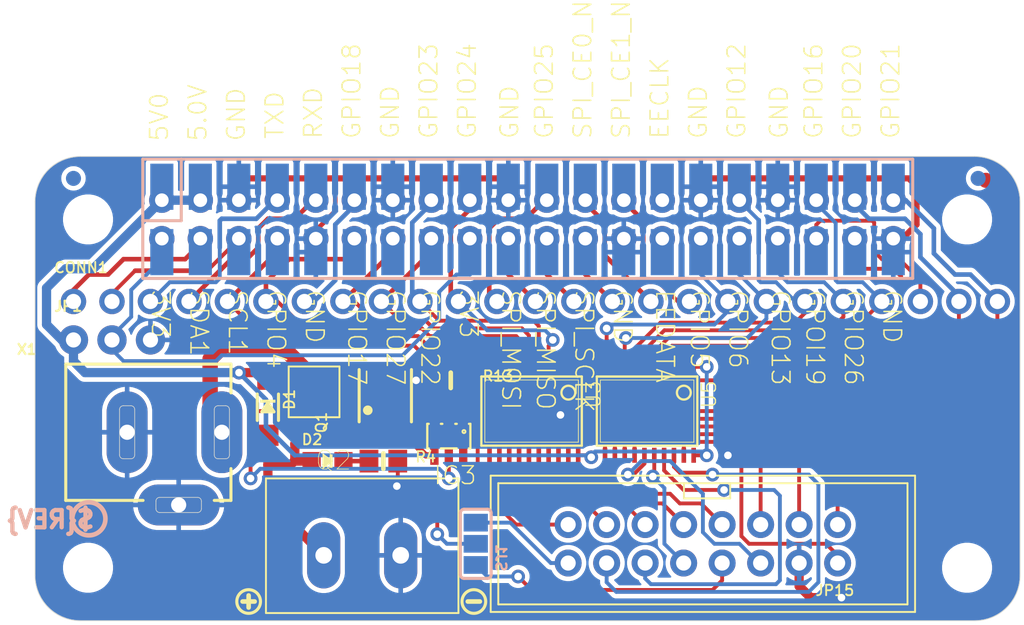
<source format=kicad_pcb>
(kicad_pcb (version 20241229) (generator "pcbnew") (generator_version "9.0")
  (layers (0 "F.Cu" signal) (2 "B.Cu" signal) (13 "F.Paste" user) (15 "B.Paste" user) (5 "F.SilkS" user "F.Silkscreen") (7 "B.SilkS" user "B.Silkscreen") (1 "F.Mask" user) (3 "B.Mask" user) (25 "Edge.Cuts" user))
  (net 0 "")
  (net 1 "5.0V")
  (net 2 "SDA")
  (net 3 "SCL")
  (net 4 "GPIO4")
  (net 5 "GPIO17")
  (net 6 "GPIO27")
  (net 7 "GPIO22")
  (net 8 "SPI_MOSI")
  (net 9 "SPI_MISO")
  (net 10 "SPI_SCLK")
  (net 11 "GPIO5")
  (net 12 "GPIO6")
  (net 13 "GPIO13")
  (net 14 "GPIO19")
  (net 15 "GPIO26")
  (net 16 "3.3V")
  (net 17 "GND")
  (net 18 "TXD")
  (net 19 "RXD")
  (net 20 "GPIO18")
  (net 21 "GPIO24")
  (net 22 "GPIO25")
  (net 23 "SPI_CE0")
  (net 24 "SPI_CE1")
  (net 25 "EECLK")
  (net 26 "GPIO16")
  (net 27 "GPIO20")
  (net 28 "GPIO21")
  (net 29 "GPIO23")
  (net 30 "EEDATA")
  (net 31 "GPIO12")
  (net 32 "M1_R1")
  (net 33 "M1_B1")
  (net 34 "M1_R2")
  (net 35 "M1_B2")
  (net 36 "M1_A")
  (net 37 "M1_C")
  (net 38 "CLK")
  (net 39 "OE")
  (net 40 "LAT")
  (net 41 "M1_D")
  (net 42 "M1_B")
  (net 43 "M1_G2")
  (net 44 "M1_G1")
  (net 45 "N$1")
  (net 46 "N$6")
  (net 47 "5VIN")
  (net 48 "N$5")
  (net 49 "N$7")
  (net 50 "+5V")
  (net 51 "N$4")
  (net 52 "M1_E")
  (net 53 "M1_E'")
  (net 54 "M1_E''")
  (footprint "Adafruit RGB Matrix Bonnet:1X25_ROUND_70MIL" (layer "F.Cu") (at 149.0211 99.2518)
    (property "Reference" "CONN1")
    (property "Value" "HEADER-1X25")
  )
  (footprint "Adafruit RGB Matrix Bonnet:2X08_SHROUDED" (layer "F.Cu") (at 160.0701 115.2538 180)
    (property "Reference" "JP15")
    (property "Value" "")
  )
  (footprint "Adafruit RGB Matrix Bonnet:PI_BONNET_THMSMT" (layer "F.Cu") (at 116.0011 120.3338)
    (property "Reference" "RPI1" (hide yes))
    (property "Value" "RASPBERRYPI_BPLUS_BONNET_THMSMT" (hide yes))
    (fp_line (start 0 -27.6604) (end 0 -3) (stroke (width 0.05)) (layer "Edge.Cuts"))
    (fp_line (start 3 0) (end 62 0) (stroke (width 0.05)) (layer "Edge.Cuts"))
    (fp_line (start 62 -30.6604) (end 3 -30.6604) (stroke (width 0.05)) (layer "Edge.Cuts"))
    (fp_line (start 65 -3) (end 65 -27.6604) (stroke (width 0.05)) (layer "Edge.Cuts"))
    (fp_arc (start 0 -27.6604) (mid 0.87868 -29.78172) (end 3 -30.6604) (stroke (width 0.05)) (layer "Edge.Cuts"))
    (fp_arc (start 3 0) (mid 0.87868 -0.87868) (end 0 -3) (stroke (width 0.05)) (layer "Edge.Cuts"))
    (fp_arc (start 62 -30.6604) (mid 64.12132 -29.78172) (end 65 -27.6604) (stroke (width 0.05)) (layer "Edge.Cuts"))
    (fp_arc (start 65 -3) (mid 64.12132 -0.87868) (end 62 0) (stroke (width 0.05)) (layer "Edge.Cuts"))
  )
  (footprint "Adafruit RGB Matrix Bonnet:SOT23-6" (layer "F.Cu") (at 143.3061 108.1418 180)
    (property "Reference" "IC3")
    (property "Value" "MAX4866T")
  )
  (footprint "Adafruit RGB Matrix Bonnet:FIDUCIAL_1MM" (layer "F.Cu") (at 121.5891 91.6318)
    (property "Reference" "FID1" (hide yes))
    (property "Value" "FIDUCIAL_1MM" (hide yes))
  )
  (footprint "Adafruit RGB Matrix Bonnet:CHIPLED_0805_NOOUTLINE" (layer "F.Cu") (at 135.3051 109.7928 -90)
    (property "Reference" "D2")
    (property "Value" "green")
  )
  (footprint "Adafruit RGB Matrix Bonnet:TSSOP20" (layer "F.Cu") (at 148.7671 106.4908 180)
    (property "Reference" "U3")
    (property "Value" "74AHCT245")
  )
  (footprint "Adafruit RGB Matrix Bonnet:0805-NO" (layer "F.Cu") (at 143.4331 104.4588)
    (property "Reference" "R13")
    (property "Value" "1K")
  )
  (footprint "Adafruit RGB Matrix Bonnet:SOD-123" (layer "F.Cu") (at 131.3681 106.2368 -90)
    (property "Reference" "D1")
    (property "Value" "MBR120")
  )
  (footprint "Adafruit RGB Matrix Bonnet:TERMBLOCK508" (layer "F.Cu") (at 137.5911 116.0158 180)
    (property "Reference" "MATRIX_PWR0" (hide yes))
    (property "Value" "PINHEAD" (hide yes))
  )
  (footprint "Adafruit RGB Matrix Bonnet:SYMBOL_MINUS" (layer "F.Cu") (at 144.9571 119.0638)
    (property "Reference" "U$11" (hide yes))
    (property "Value" "" (hide yes))
  )
  (footprint "Adafruit RGB Matrix Bonnet:FIDUCIAL_1MM" (layer "F.Cu") (at 172.2621 117.9208)
    (property "Reference" "FID2" (hide yes))
    (property "Value" "FIDUCIAL_1MM" (hide yes))
  )
  (footprint "Adafruit RGB Matrix Bonnet:TSSOP20" (layer "F.Cu") (at 156.3871 106.4908 180)
    (property "Reference" "U5")
    (property "Value" "74AHCT245")
  )
  (footprint "Adafruit RGB Matrix Bonnet:DCJACK_2MM_PTH" (layer "F.Cu") (at 114.7311 107.8878)
    (property "Reference" "X1")
    (property "Value" "2.1mm DC")
    (fp_line (start 6.85 1.5) (end 6.85 -1.5) (stroke (width 0.05)) (layer "Edge.Cuts"))
    (fp_line (start 7.1 -1.75) (end 7.6 -1.75) (stroke (width 0.05)) (layer "Edge.Cuts"))
    (fp_line (start 7.6 1.75) (end 7.1 1.75) (stroke (width 0.05)) (layer "Edge.Cuts"))
    (fp_line (start 7.85 -1.5) (end 7.85 1.5) (stroke (width 0.05)) (layer "Edge.Cuts"))
    (fp_line (start 9.25 5.05) (end 9.25 4.55) (stroke (width 0.05)) (layer "Edge.Cuts"))
    (fp_line (start 9.5 4.3) (end 12 4.3) (stroke (width 0.05)) (layer "Edge.Cuts"))
    (fp_line (start 12 5.3) (end 9.5 5.3) (stroke (width 0.05)) (layer "Edge.Cuts"))
    (fp_line (start 12.25 4.55) (end 12.25 5.05) (stroke (width 0.05)) (layer "Edge.Cuts"))
    (fp_line (start 13.1 1.5) (end 13.1 -1.5) (stroke (width 0.05)) (layer "Edge.Cuts"))
    (fp_line (start 13.35 -1.75) (end 13.85 -1.75) (stroke (width 0.05)) (layer "Edge.Cuts"))
    (fp_line (start 13.85 1.75) (end 13.35 1.75) (stroke (width 0.05)) (layer "Edge.Cuts"))
    (fp_line (start 14.1 -1.5) (end 14.1 1.5) (stroke (width 0.05)) (layer "Edge.Cuts"))
    (fp_arc (start 6.85 -1.5) (mid 6.923223 -1.676777) (end 7.1 -1.75) (stroke (width 0.05)) (layer "Edge.Cuts"))
    (fp_arc (start 7.1 1.75) (mid 6.923223 1.676777) (end 6.85 1.5) (stroke (width 0.05)) (layer "Edge.Cuts"))
    (fp_arc (start 7.6 -1.75) (mid 7.776777 -1.676777) (end 7.85 -1.5) (stroke (width 0.05)) (layer "Edge.Cuts"))
    (fp_arc (start 7.85 1.5) (mid 7.776777 1.676777) (end 7.6 1.75) (stroke (width 0.05)) (layer "Edge.Cuts"))
    (fp_arc (start 9.25 4.55) (mid 9.323223 4.373223) (end 9.5 4.3) (stroke (width 0.05)) (layer "Edge.Cuts"))
    (fp_arc (start 9.5 5.3) (mid 9.323223 5.226777) (end 9.25 5.05) (stroke (width 0.05)) (layer "Edge.Cuts"))
    (fp_arc (start 12 4.3) (mid 12.176777 4.373223) (end 12.25 4.55) (stroke (width 0.05)) (layer "Edge.Cuts"))
    (fp_arc (start 12.25 5.05) (mid 12.176777 5.226777) (end 12 5.3) (stroke (width 0.05)) (layer "Edge.Cuts"))
    (fp_arc (start 13.1 -1.5) (mid 13.173223 -1.676777) (end 13.35 -1.75) (stroke (width 0.05)) (layer "Edge.Cuts"))
    (fp_arc (start 13.35 1.75) (mid 13.173223 1.676777) (end 13.1 1.5) (stroke (width 0.05)) (layer "Edge.Cuts"))
    (fp_arc (start 13.85 -1.75) (mid 14.026777 -1.676777) (end 14.1 -1.5) (stroke (width 0.05)) (layer "Edge.Cuts"))
    (fp_arc (start 14.1 1.5) (mid 14.026777 1.676777) (end 13.85 1.75) (stroke (width 0.05)) (layer "Edge.Cuts"))
  )
  (footprint "Adafruit RGB Matrix Bonnet:POWERDI3333" (layer "F.Cu") (at 134.4161 105.2208 90)
    (property "Reference" "Q2")
    (property "Value" "AON7401")
  )
  (footprint "Adafruit RGB Matrix Bonnet:1X03_ROUND_76" (layer "F.Cu") (at 121.0811 101.7918)
    (property "Reference" "JP1")
    (property "Value" "")
  )
  (footprint "Adafruit RGB Matrix Bonnet:BONNET_MATRIX_TOP" (layer "F.Cu") (at 116.0011 120.3338)
    (property "Reference" "U$1" (hide yes))
    (property "Value" "" (hide yes))
  )
  (footprint "Adafruit RGB Matrix Bonnet:POWERPAK-1212-8" (layer "F.Cu") (at 139.1151 105.4748)
    (property "Reference" "Q1")
    (property "Value" "AON3414")
  )
  (footprint "Adafruit RGB Matrix Bonnet:0805-NO" (layer "F.Cu") (at 138.9881 109.7928)
    (property "Reference" "R4")
    (property "Value" "1K")
  )
  (footprint "Adafruit RGB Matrix Bonnet:SYMBOL_PLUS" (layer "F.Cu") (at 130.0981 119.0638)
    (property "Reference" "U$10" (hide yes))
    (property "Value" "" (hide yes))
  )
  (footprint "Adafruit RGB Matrix Bonnet:FIDUCIAL_1MM" (layer "F.Cu") (at 178.7391 91.2508)
    (property "Reference" "FID3" (hide yes))
    (property "Value" "FIDUCIAL_1MM" (hide yes))
  )
  (footprint "Adafruit RGB Matrix Bonnet:BONNET_MATRIX_BOT" (layer "B.Cu") (at 181.0251 120.3338 180)
    (property "Reference" "U$6" (hide yes))
    (property "Value" "" (hide yes))
  )
  (footprint "Adafruit RGB Matrix Bonnet:SOLDERJUMPER_2WAY_OPEN_NOPASTE" (layer "B.Cu") (at 145.0841 115.2538 90)
    (property "Reference" "SJ1")
    (property "Value" "")
  )
  (footprint "Adafruit RGB Matrix Bonnet:PCBFEAT-REV-056" (layer "B.Cu") (at 119.5571 113.6028 180)
    (property "Reference" "U$3" (hide yes))
    (property "Value" "" (hide yes))
  )
  (segment (start 133.1461 108.6498) (end 133.1461 109.7588) (width 0.6096) (layer "F.Cu") (net 1))
  (segment (start 138.1401 107.2248) (end 138.1401 107.7198) (width 0.6096) (layer "F.Cu") (net 1))
  (segment (start 132.8581 110.0468) (end 133.1461 109.7588) (width 0.6096) (layer "F.Cu") (net 1))
  (segment (start 137.4641 108.3958) (end 133.4001 108.3958) (width 0.6096) (layer "F.Cu") (net 1))
  (segment (start 138.7901 107.2248) (end 139.4401 107.2248) (width 0.3048) (layer "F.Cu") (net 1))
  (segment (start 131.3681 112.3328) (end 135.0511 116.0158) (width 0.6096) (layer "F.Cu") (net 1))
  (segment (start 138.1401 107.7198) (end 137.4641 108.3958) (width 0.6096) (layer "F.Cu") (net 1))
  (segment (start 131.3681 110.0468) (end 132.8581 110.0468) (width 0.6096) (layer "F.Cu") (net 1))
  (segment (start 131.3681 110.0468) (end 131.3681 112.3328) (width 0.6096) (layer "F.Cu") (net 1))
  (segment (start 138.1401 107.2248) (end 138.7901 107.2248) (width 0.4064) (layer "F.Cu") (net 1))
  (segment (start 133.1801 109.7928) (end 133.1461 109.7588) (width 0.6096) (layer "F.Cu") (net 1))
  (segment (start 133.4001 108.3958) (end 133.1461 108.6498) (width 0.6096) (layer "F.Cu") (net 1))
  (segment (start 134.2551 109.7928) (end 133.1801 109.7928) (width 0.6096) (layer "F.Cu") (net 1))
  (segment (start 131.3681 108.0868) (end 131.3681 110.0468) (width 0.6096) (layer "F.Cu") (net 1))
  (segment (start 120.8271 97.4738) (end 121.8431 96.4578) (width 0.3048) (layer "F.Cu") (net 2))
  (segment (start 118.6081 99.3188) (end 118.5411 99.2518) (width 0.254) (layer "F.Cu") (net 2))
  (segment (start 119.5571 97.4738) (end 120.8271 97.4738) (width 0.3048) (layer "F.Cu") (net 2))
  (segment (start 125.9071 96.4578) (end 126.9111 95.4538) (width 0.3048) (layer "F.Cu") (net 2))
  (segment (start 118.5411 99.2518) (end 118.5411 98.4898) (width 0.3048) (layer "F.Cu") (net 2))
  (segment (start 121.8431 96.4578) (end 125.9071 96.4578) (width 0.3048) (layer "F.Cu") (net 2))
  (segment (start 118.5411 98.4898) (end 119.5571 97.4738) (width 0.3048) (layer "F.Cu") (net 2))
  (segment (start 126.9111 95.4538) (end 126.9111 95.1038) (width 0.3048) (layer "F.Cu") (net 2))
  (segment (start 126.9111 95.9944) (end 126.9111 95.1038) (width 0.4064) (layer "B.Cu") (net 2))
  (segment (start 126.9107 95.9944) (end 126.9111 95.9944) (width 0.4064) (layer "B.Cu") (net 2))
  (segment (start 122.6051 97.2198) (end 121.0811 98.7438) (width 0.254) (layer "F.Cu") (net 3))
  (segment (start 129.4511 95.1388) (end 129.4511 95.1038) (width 0.254) (layer "F.Cu") (net 3))
  (segment (start 127.3701 97.2198) (end 129.4511 95.1388) (width 0.254) (layer "F.Cu") (net 3))
  (segment (start 121.0811 98.7438) (end 121.0811 99.2518) (width 0.254) (layer "F.Cu") (net 3))
  (segment (start 122.6051 97.2198) (end 127.3701 97.2198) (width 0.3048) (layer "F.Cu") (net 3))
  (segment (start 129.4511 95.9944) (end 129.4511 95.1038) (width 0.4064) (layer "B.Cu") (net 3))
  (segment (start 129.4507 95.9944) (end 129.4511 95.9944) (width 0.4064) (layer "B.Cu") (net 3))
  (segment (start 128.7011 99.2518) (end 131.9911 95.9618) (width 0.3048) (layer "F.Cu") (net 4))
  (segment (start 146.6421 102.7148) (end 146.4811 102.5538) (width 0.254) (layer "F.Cu") (net 4))
  (segment (start 132.8921 101.0298) (end 137.0831 101.0298) (width 0.254) (layer "F.Cu") (net 4))
  (segment (start 146.6421 103.573) (end 146.6421 102.7148) (width 0.254) (layer "F.Cu") (net 4))
  (segment (start 131.9911 95.9618) (end 131.9911 95.1038) (width 0.3048) (layer "F.Cu") (net 4))
  (segment (start 141.4011 102.5538) (end 141.0201 102.1728) (width 0.254) (layer "F.Cu") (net 4))
  (segment (start 138.2261 102.1728) (end 137.0831 101.0298) (width 0.254) (layer "F.Cu") (net 4))
  (segment (start 129.9711 100.5218) (end 132.3841 100.5218) (width 0.254) (layer "F.Cu") (net 4))
  (segment (start 141.0201 102.1728) (end 138.2261 102.1728) (width 0.254) (layer "F.Cu") (net 4))
  (segment (start 128.7011 99.2518) (end 129.9711 100.5218) (width 0.254) (layer "F.Cu") (net 4))
  (segment (start 146.4811 102.5538) (end 141.4011 102.5538) (width 0.254) (layer "F.Cu") (net 4))
  (segment (start 132.3841 100.5218) (end 132.8921 101.0298) (width 0.254) (layer "F.Cu") (net 4))
  (segment (start 131.9907 95.9944) (end 131.9907 95.1042) (width 0.254) (layer "B.Cu") (net 4))
  (segment (start 131.9907 95.1042) (end 131.9911 95.1038) (width 0.254) (layer "B.Cu") (net 4))
  (segment (start 141.2741 101.5378) (end 138.4801 101.5378) (width 0.254) (layer "F.Cu") (net 5))
  (segment (start 131.2411 99.2518) (end 131.2411 97.9818) (width 0.3048) (layer "F.Cu") (net 5))
  (segment (start 147.2921 102.2218) (end 147.1161 102.0458) (width 0.254) (layer "F.Cu") (net 5))
  (segment (start 132.0031 99.2518) (end 131.2411 99.2518) (width 0.254) (layer "F.Cu") (net 5))
  (segment (start 137.0711 95.9618) (end 137.0711 95.1038) (width 0.3048) (layer "F.Cu") (net 5))
  (segment (start 132.7651 96.4578) (end 136.5751 96.4578) (width 0.3048) (layer "F.Cu") (net 5))
  (segment (start 147.1161 102.0458) (end 141.7821 102.0458) (width 0.254) (layer "F.Cu") (net 5))
  (segment (start 133.2731 100.5218) (end 132.0031 99.2518) (width 0.254) (layer "F.Cu") (net 5))
  (segment (start 136.5751 96.4578) (end 137.0711 95.9618) (width 0.3048) (layer "F.Cu") (net 5))
  (segment (start 141.7821 102.0458) (end 141.2741 101.5378) (width 0.254) (layer "F.Cu") (net 5))
  (segment (start 131.2411 97.9818) (end 132.7651 96.4578) (width 0.3048) (layer "F.Cu") (net 5))
  (segment (start 147.2921 103.573) (end 147.2921 102.2218) (width 0.254) (layer "F.Cu") (net 5))
  (segment (start 138.4801 101.5378) (end 137.4641 100.5218) (width 0.254) (layer "F.Cu") (net 5))
  (segment (start 137.4641 100.5218) (end 133.2731 100.5218) (width 0.254) (layer "F.Cu") (net 5))
  (segment (start 137.0711 95.9944) (end 137.0711 95.1038) (width 0.4064) (layer "B.Cu") (net 5))
  (segment (start 137.0707 95.9944) (end 137.0711 95.9944) (width 0.4064) (layer "B.Cu") (net 5))
  (segment (start 147.9421 101.7288) (end 147.7511 101.5378) (width 0.254) (layer "F.Cu") (net 6))
  (segment (start 142.0361 101.5378) (end 141.5281 101.0298) (width 0.254) (layer "F.Cu") (net 6))
  (segment (start 139.8771 101.0298) (end 139.3691 100.5218) (width 0.254) (layer "F.Cu") (net 6))
  (segment (start 136.3211 99.2518) (end 139.6111 95.9618) (width 0.3048) (layer "F.Cu") (net 6))
  (segment (start 147.9421 103.573) (end 147.9421 101.7288) (width 0.254) (layer "F.Cu") (net 6))
  (segment (start 139.6111 95.9618) (end 139.6111 95.1038) (width 0.3048) (layer "F.Cu") (net 6))
  (segment (start 136.4481 99.3788) (end 136.3211 99.2518) (width 0.254) (layer "F.Cu") (net 6))
  (segment (start 137.2101 99.3788) (end 136.4481 99.3788) (width 0.254) (layer "F.Cu") (net 6))
  (segment (start 147.7511 101.5378) (end 142.0361 101.5378) (width 0.254) (layer "F.Cu") (net 6))
  (segment (start 139.3691 100.5218) (end 138.3531 100.5218) (width 0.254) (layer "F.Cu") (net 6))
  (segment (start 138.3531 100.5218) (end 137.2101 99.3788) (width 0.254) (layer "F.Cu") (net 6))
  (segment (start 141.5281 101.0298) (end 139.8771 101.0298) (width 0.254) (layer "F.Cu") (net 6))
  (segment (start 139.6107 95.9944) (end 139.6111 95.9944) (width 0.4064) (layer "B.Cu") (net 6))
  (segment (start 139.6111 95.9944) (end 139.6111 95.1038) (width 0.4064) (layer "B.Cu") (net 6))
  (segment (start 138.8611 99.2518) (end 142.1511 95.9618) (width 0.3048) (layer "F.Cu") (net 7))
  (segment (start 148.5921 103.573) (end 148.5921 101.4898) (width 0.254) (layer "F.Cu") (net 7))
  (segment (start 140.1311 100.5218) (end 138.8611 99.2518) (width 0.254) (layer "F.Cu") (net 7))
  (segment (start 142.1511 95.9618) (end 142.1511 95.1038) (width 0.3048) (layer "F.Cu") (net 7))
  (segment (start 148.1321 101.0298) (end 142.2901 101.0298) (width 0.254) (layer "F.Cu") (net 7))
  (segment (start 142.2901 101.0298) (end 141.7821 100.5218) (width 0.254) (layer "F.Cu") (net 7))
  (segment (start 148.5921 101.4898) (end 148.1321 101.0298) (width 0.254) (layer "F.Cu") (net 7))
  (segment (start 141.7821 100.5218) (end 140.1311 100.5218) (width 0.254) (layer "F.Cu") (net 7))
  (segment (start 142.1507 95.9944) (end 142.1511 95.9944) (width 0.4064) (layer "B.Cu") (net 7))
  (segment (start 142.1511 95.9944) (end 142.1511 95.1038) (width 0.4064) (layer "B.Cu") (net 7))
  (segment (start 147.2311 97.4618) (end 147.2311 95.1038) (width 0.3048) (layer "F.Cu") (net 8))
  (segment (start 149.0211 99.2518) (end 147.2311 97.4618) (width 0.3048) (layer "F.Cu") (net 8))
  (segment (start 147.2307 95.9944) (end 147.2311 95.9944) (width 0.4064) (layer "B.Cu") (net 8))
  (segment (start 147.2311 95.9944) (end 147.2311 95.1038) (width 0.4064) (layer "B.Cu") (net 8))
  (segment (start 149.7711 97.4618) (end 149.7711 95.1038) (width 0.3048) (layer "F.Cu") (net 9))
  (segment (start 151.5611 99.2518) (end 149.7711 97.4618) (width 0.3048) (layer "F.Cu") (net 9))
  (segment (start 149.7711 95.9944) (end 149.7711 95.1038) (width 0.4064) (layer "B.Cu") (net 9))
  (segment (start 149.7707 95.9944) (end 149.7711 95.9944) (width 0.4064) (layer "B.Cu") (net 9))
  (segment (start 152.3111 97.4618) (end 152.3111 95.1038) (width 0.3048) (layer "F.Cu") (net 10))
  (segment (start 154.1011 99.2518) (end 152.3111 97.4618) (width 0.3048) (layer "F.Cu") (net 10))
  (segment (start 152.3107 95.9944) (end 152.3111 95.9944) (width 0.4064) (layer "B.Cu") (net 10))
  (segment (start 152.3111 95.9944) (end 152.3111 95.1038) (width 0.4064) (layer "B.Cu") (net 10))
  (segment (start 154.2621 103.573) (end 154.2621 102.3338) (width 0.254) (layer "F.Cu") (net 11))
  (segment (start 153.7201 101.7918) (end 153.7201 101.0298) (width 0.254) (layer "F.Cu") (net 11))
  (segment (start 154.2621 102.3338) (end 153.7201 101.7918) (width 0.254) (layer "F.Cu") (net 11))
  (via (at 153.7201 101.0298) (size 0.9064) (drill 0.5) (layers "F.Cu" "B.Cu") (net 11))
  (segment (start 159.9311 95.9498) (end 159.9311 95.1038) (width 0.4064) (layer "B.Cu") (net 11))
  (segment (start 159.9307 95.9944) (end 159.9431 95.9944) (width 0.4064) (layer "B.Cu") (net 11))
  (segment (start 159.9431 95.9498) (end 159.9311 95.9498) (width 0.4064) (layer "B.Cu") (net 11))
  (segment (start 161.7211 99.8868) (end 161.7211 99.2518) (width 0.254) (layer "B.Cu") (net 11))
  (segment (start 159.9307 97.4614) (end 161.7211 99.2518) (width 0.254) (layer "B.Cu") (net 11))
  (segment (start 159.9431 95.9944) (end 159.9431 95.9498) (width 0.4064) (layer "B.Cu") (net 11))
  (segment (start 159.9307 95.9944) (end 159.9307 97.4614) (width 0.254) (layer "B.Cu") (net 11))
  (segment (start 153.9741 100.7758) (end 160.8321 100.7758) (width 0.254) (layer "B.Cu") (net 11))
  (segment (start 160.8321 100.7758) (end 161.7211 99.8868) (width 0.254) (layer "B.Cu") (net 11))
  (segment (start 153.7201 101.0298) (end 153.9741 100.7758) (width 0.254) (layer "B.Cu") (net 11))
  (segment (start 154.9121 101.7428) (end 154.9901 101.6648) (width 0.254) (layer "F.Cu") (net 12))
  (segment (start 154.9121 103.573) (end 154.9121 101.7428) (width 0.254) (layer "F.Cu") (net 12))
  (via (at 154.9901 101.6648) (size 0.9064) (drill 0.5) (layers "F.Cu" "B.Cu") (net 12))
  (segment (start 162.4711 95.9944) (end 162.4711 95.1038) (width 0.4064) (layer "B.Cu") (net 12))
  (segment (start 162.4711 95.1038) (end 162.4711 97.4618) (width 0.3048) (layer "B.Cu") (net 12))
  (segment (start 162.4711 97.4618) (end 164.2611 99.2518) (width 0.254) (layer "B.Cu") (net 12))
  (segment (start 162.9911 101.6648) (end 164.2611 100.3948) (width 0.254) (layer "B.Cu") (net 12))
  (segment (start 154.9901 101.6648) (end 162.9911 101.6648) (width 0.254) (layer "B.Cu") (net 12))
  (segment (start 162.4707 95.9944) (end 162.4711 95.9944) (width 0.4064) (layer "B.Cu") (net 12))
  (segment (start 164.2611 100.3948) (end 164.2611 99.2518) (width 0.254) (layer "B.Cu") (net 12))
  (segment (start 156.2121 102.4748) (end 157.5301 101.1568) (width 0.254) (layer "F.Cu") (net 13))
  (segment (start 156.2121 103.573) (end 156.2121 102.4748) (width 0.254) (layer "F.Cu") (net 13))
  (segment (start 169.3411 100.2678) (end 169.3411 99.2518) (width 0.254) (layer "F.Cu") (net 13))
  (segment (start 157.5301 101.1568) (end 168.4521 101.1568) (width 0.254) (layer "F.Cu") (net 13))
  (segment (start 168.4521 101.1568) (end 169.3411 100.2678) (width 0.254) (layer "F.Cu") (net 13))
  (segment (start 168.8331 98.7438) (end 169.3411 99.2518) (width 0.3048) (layer "B.Cu") (net 13))
  (segment (start 165.0107 97.3344) (end 165.6581 97.9818) (width 0.254) (layer "B.Cu") (net 13))
  (segment (start 165.0107 95.9944) (end 165.0111 95.9944) (width 0.4064) (layer "B.Cu") (net 13))
  (segment (start 165.0107 97.3344) (end 165.0107 95.9944) (width 0.254) (layer "B.Cu") (net 13))
  (segment (start 165.0111 95.9944) (end 165.0111 95.1038) (width 0.4064) (layer "B.Cu") (net 13))
  (segment (start 165.6581 97.9818) (end 168.0711 97.9818) (width 0.254) (layer "B.Cu") (net 13))
  (segment (start 168.0711 97.9818) (end 168.8331 98.7438) (width 0.254) (layer "B.Cu") (net 13))
  (segment (start 171.2461 93.9178) (end 167.8171 93.9178) (width 0.254) (layer "F.Cu") (net 14))
  (segment (start 167.5511 94.1838) (end 167.5511 95.1038) (width 0.254) (layer "F.Cu") (net 14))
  (segment (start 167.8171 93.9178) (end 167.5511 94.1838) (width 0.254) (layer "F.Cu") (net 14))
  (segment (start 173.0241 96.4578) (end 171.8811 96.4578) (width 0.254) (layer "F.Cu") (net 14))
  (segment (start 174.4211 99.2518) (end 174.4211 97.8548) (width 0.254) (layer "F.Cu") (net 14))
  (segment (start 171.3731 94.0448) (end 171.2461 93.9178) (width 0.254) (layer "F.Cu") (net 14))
  (segment (start 171.3731 95.9498) (end 171.3731 94.0448) (width 0.254) (layer "F.Cu") (net 14))
  (segment (start 174.4211 97.8548) (end 173.0241 96.4578) (width 0.254) (layer "F.Cu") (net 14))
  (segment (start 171.8811 96.4578) (end 171.3731 95.9498) (width 0.254) (layer "F.Cu") (net 14))
  (segment (start 167.5507 95.9944) (end 167.5511 95.9944) (width 0.4064) (layer "B.Cu") (net 14))
  (segment (start 167.5511 95.9944) (end 167.5511 95.1038) (width 0.4064) (layer "B.Cu") (net 14))
  (segment (start 157.5121 103.573) (end 157.5121 102.6988) (width 0.254) (layer "F.Cu") (net 15))
  (segment (start 173.1511 97.6008) (end 172.6431 97.0928) (width 0.254) (layer "F.Cu") (net 15))
  (segment (start 172.6431 97.0928) (end 170.3571 97.0928) (width 0.254) (layer "F.Cu") (net 15))
  (segment (start 158.0381 102.1728) (end 171.3731 102.1728) (width 0.254) (layer "F.Cu") (net 15))
  (segment (start 157.5121 102.6988) (end 158.0381 102.1728) (width 0.254) (layer "F.Cu") (net 15))
  (segment (start 170.1031 96.8388) (end 170.1031 95.1158) (width 0.254) (layer "F.Cu") (net 15))
  (segment (start 170.1031 95.1158) (end 170.0911 95.1038) (width 0.254) (layer "F.Cu") (net 15))
  (segment (start 173.1511 100.3948) (end 173.1511 97.6008) (width 0.254) (layer "F.Cu") (net 15))
  (segment (start 170.3571 97.0928) (end 170.1031 96.8388) (width 0.254) (layer "F.Cu") (net 15))
  (segment (start 171.3731 102.1728) (end 173.1511 100.3948) (width 0.254) (layer "F.Cu") (net 15))
  (segment (start 170.0907 95.9944) (end 170.0911 95.9944) (width 0.4064) (layer "B.Cu") (net 15))
  (segment (start 170.0911 95.9944) (end 170.0911 95.1038) (width 0.4064) (layer "B.Cu") (net 15))
  (segment (start 127.9391 103.1888) (end 121.8431 103.1888) (width 0.254) (layer "B.Cu") (net 16))
  (segment (start 122.3511 100.2678) (end 121.0811 101.5378) (width 0.254) (layer "B.Cu") (net 16))
  (segment (start 128.3201 102.8078) (end 127.9391 103.1888) (width 0.254) (layer "B.Cu") (net 16))
  (segment (start 121.0811 102.4268) (end 121.0811 101.7918) (width 0.254) (layer "B.Cu") (net 16))
  (segment (start 121.0811 101.5378) (end 121.0811 101.7918) (width 0.254) (layer "B.Cu") (net 16))
  (segment (start 144.7031 95.1158) (end 144.6911 95.1038) (width 0.254) (layer "B.Cu") (net 16))
  (segment (start 142.6711 98.6168) (end 143.8141 97.4738) (width 0.254) (layer "B.Cu") (net 16))
  (segment (start 124.3831 96.4698) (end 124.3831 95.4418) (width 0.4064) (layer "B.Cu") (net 16))
  (segment (start 142.6711 100.3948) (end 142.6711 98.6168) (width 0.254) (layer "B.Cu") (net 16))
  (segment (start 124.3711 95.1038) (end 124.3711 96.4698) (width 0.254) (layer "B.Cu") (net 16))
  (segment (start 144.7031 97.4738) (end 144.7031 95.1158) (width 0.254) (layer "B.Cu") (net 16))
  (segment (start 143.8141 97.4738) (end 144.7031 97.4738) (width 0.254) (layer "B.Cu") (net 16))
  (segment (start 140.2581 102.8078) (end 128.3201 102.8078) (width 0.254) (layer "B.Cu") (net 16))
  (segment (start 122.3511 98.4898) (end 122.3511 100.2678) (width 0.254) (layer "B.Cu") (net 16))
  (segment (start 144.6911 95.9944) (end 144.6911 95.1038) (width 0.4064) (layer "B.Cu") (net 16))
  (segment (start 124.3711 96.4698) (end 124.3831 96.4698) (width 0.4064) (layer "B.Cu") (net 16))
  (segment (start 124.3707 95.9944) (end 124.3711 95.9944) (width 0.4064) (layer "B.Cu") (net 16))
  (segment (start 124.3711 95.9944) (end 124.3711 95.1038) (width 0.4064) (layer "B.Cu") (net 16))
  (segment (start 121.8431 103.1888) (end 121.0811 102.4268) (width 0.254) (layer "B.Cu") (net 16))
  (segment (start 144.6907 95.9944) (end 144.6911 95.9944) (width 0.4064) (layer "B.Cu") (net 16))
  (segment (start 124.3711 96.4698) (end 122.3511 98.4898) (width 0.254) (layer "B.Cu") (net 16))
  (segment (start 142.6711 100.3948) (end 140.2581 102.8078) (width 0.254) (layer "B.Cu") (net 16))
  (segment (start 158.9271 108.5228) (end 161.3401 108.5228) (width 0.254) (layer "F.Cu") (net 17))
  (segment (start 161.7211 108.9038) (end 161.7211 109.4118) (width 0.254) (layer "F.Cu") (net 17))
  (segment (start 147.2311 91.1238) (end 147.2311 92.5638) (width 0.4064) (layer "F.Cu") (net 17))
  (segment (start 151.1921 102.6808) (end 150.5451 102.6808) (width 0.254) (layer "F.Cu") (net 17))
  (segment (start 145.9921 105.0938) (end 151.1921 105.0938) (width 0.254) (layer "F.Cu") (net 17))
  (segment (start 159.9311 92.5638) (end 159.9311 91.1238) (width 0.4064) (layer "F.Cu") (net 17))
  (segment (start 153.5931 102.6808) (end 153.5931 103.573) (width 0.254) (layer "F.Cu") (net 17))
  (segment (start 139.9381 109.7928) (end 139.9381 111.3828) (width 0.254) (layer "F.Cu") (net 17))
  (segment (start 165.0231 92.5638) (end 165.0111 92.5638) (width 0.4064) (layer "F.Cu") (net 17))
  (segment (start 172.6311 95.1038) (end 173.2351 95.1038) (width 0.4064) (layer "F.Cu") (net 17))
  (segment (start 161.3401 108.5228) (end 161.7211 108.9038) (width 0.254) (layer "F.Cu") (net 17))
  (segment (start 142.4831 104.9058) (end 142.4831 104.4588) (width 0.4064) (layer "F.Cu") (net 17))
  (segment (start 153.5931 103.573) (end 153.6121 103.573) (width 0.254) (layer "F.Cu") (net 17))
  (segment (start 151.1921 106.828888) (end 151.1921 105.0938) (width 0.254) (layer "F.Cu") (net 17))
  (segment (start 129.4511 91.1238) (end 135.8131 91.1238) (width 0.4064) (layer "F.Cu") (net 17))
  (segment (start 139.9381 111.3828) (end 139.8771 111.4438) (width 0.254) (layer "F.Cu") (net 17))
  (segment (start 135.8131 93.2828) (end 135.8131 91.1238) (width 0.3048) (layer "F.Cu") (net 17))
  (segment (start 139.6111 91.1238) (end 147.2311 91.1238) (width 0.4064) (layer "F.Cu") (net 17))
  (segment (start 158.8121 109.4086) (end 158.8121 108.6378) (width 0.254) (layer "F.Cu") (net 17))
  (segment (start 151.1921 109.4086) (end 151.1921 106.828888) (width 0.254) (layer "F.Cu") (net 17))
  (segment (start 129.4511 92.5638) (end 129.4511 91.1238) (width 0.4064) (layer "F.Cu") (net 17))
  (segment (start 159.9311 91.1238) (end 165.0231 91.1238) (width 0.4064) (layer "F.Cu") (net 17))
  (segment (start 173.6591 91.1238) (end 165.0231 91.1238) (width 0.4064) (layer "F.Cu") (net 17))
  (segment (start 135.8131 91.1238) (end 139.6111 91.1238) (width 0.4064) (layer "F.Cu") (net 17))
  (segment (start 166.4201 118.0478) (end 167.1821 118.8098) (width 0.6096) (layer "F.Cu") (net 17))
  (segment (start 151.1921 105.0938) (end 151.1921 103.573) (width 0.254) (layer "F.Cu") (net 17))
  (segment (start 150.5451 102.6808) (end 150.5451 103.573) (width 0.254) (layer "F.Cu") (net 17))
  (segment (start 158.8121 108.6378) (end 158.9271 108.5228) (width 0.254) (layer "F.Cu") (net 17))
  (segment (start 143.3061 105.7288) (end 142.4831 104.9058) (width 0.4064) (layer "F.Cu") (net 17))
  (segment (start 134.5311 95.1038) (end 134.5311 94.5648) (width 0.3048) (layer "F.Cu") (net 17))
  (segment (start 173.2351 95.1038) (end 174.1671 94.1718) (width 0.4064) (layer "F.Cu") (net 17))
  (segment (start 142.4831 104.4588) (end 141.1471 104.4588) (width 0.6096) (layer "F.Cu") (net 17))
  (segment (start 151.1921 102.6808) (end 153.5931 102.6808) (width 0.254) (layer "F.Cu") (net 17))
  (segment (start 145.9921 103.573) (end 145.9921 105.0938) (width 0.254) (layer "F.Cu") (net 17))
  (segment (start 167.1821 118.8098) (end 169.2141 118.8098) (width 0.6096) (layer "F.Cu") (net 17))
  (segment (start 134.5311 94.5648) (end 135.8131 93.2828) (width 0.3048) (layer "F.Cu") (net 17))
  (segment (start 165.0231 91.1238) (end 165.0231 92.5638) (width 0.4064) (layer "F.Cu") (net 17))
  (segment (start 166.4201 116.5238) (end 166.4201 118.0478) (width 0.6096) (layer "F.Cu") (net 17))
  (segment (start 143.3061 106.8418) (end 143.3061 105.7288) (width 0.4064) (layer "F.Cu") (net 17))
  (segment (start 139.6111 92.5638) (end 139.6111 91.1238) (width 0.4064) (layer "F.Cu") (net 17))
  (segment (start 151.108012 106.7448) (end 150.6721 106.7448) (width 0.254) (layer "F.Cu") (net 17))
  (segment (start 150.5451 103.573) (end 150.5421 103.573) (width 0.254) (layer "F.Cu") (net 17))
  (segment (start 151.1921 106.828888) (end 151.108012 106.7448) (width 0.254) (layer "F.Cu") (net 17))
  (segment (start 151.1921 103.573) (end 151.1921 102.6808) (width 0.254) (layer "F.Cu") (net 17))
  (segment (start 174.1671 91.6318) (end 173.6591 91.1238) (width 0.4064) (layer "F.Cu") (net 17))
  (segment (start 174.1671 94.1718) (end 174.1671 91.6318) (width 0.4064) (layer "F.Cu") (net 17))
  (via (at 150.6721 106.7448) (size 0.9064) (drill 0.5) (layers "F.Cu" "B.Cu") (net 17))
  (via (at 141.1471 104.4588) (size 0.9064) (drill 0.5) (layers "F.Cu" "B.Cu") (net 17))
  (via (at 169.2141 118.8098) (size 0.9064) (drill 0.5) (layers "F.Cu" "B.Cu") (net 17))
  (via (at 139.8771 111.4438) (size 0.9064) (drill 0.5) (layers "F.Cu" "B.Cu") (net 17))
  (via (at 161.7211 109.4118) (size 0.9064) (drill 0.5) (layers "F.Cu" "B.Cu") (net 17))
  (segment (start 150.6721 106.7448) (end 150.5451 106.6178) (width 0.254) (layer "B.Cu") (net 17))
  (segment (start 150.5451 106.6178) (end 150.1641 106.6178) (width 0.254) (layer "B.Cu") (net 17))
  (segment (start 161.7211 109.4118) (end 161.5941 109.4118) (width 0.254) (layer "B.Cu") (net 17))
  (segment (start 139.8771 111.4438) (end 139.8771 111.5708) (width 0.3048) (layer "B.Cu") (net 17))
  (segment (start 169.2141 118.8098) (end 169.3411 118.6828) (width 0.6096) (layer "B.Cu") (net 17))
  (segment (start 128.1931 93.9178) (end 128.3201 93.7908) (width 0.3048) (layer "B.Cu") (net 18))
  (segment (start 131.9907 91.6764) (end 131.9911 91.6764) (width 0.4064) (layer "B.Cu") (net 18))
  (segment (start 128.1931 97.7278) (end 127.9391 97.9818) (width 0.254) (layer "B.Cu") (net 18))
  (segment (start 128.1931 95.6958) (end 128.1931 93.9178) (width 0.3048) (layer "B.Cu") (net 18))
  (segment (start 127.9391 97.9818) (end 124.8911 97.9818) (width 0.254) (layer "B.Cu") (net 18))
  (segment (start 128.3201 93.7908) (end 130.6061 93.7908) (width 0.3048) (layer "B.Cu") (net 18))
  (segment (start 131.9911 91.6764) (end 131.9911 92.5638) (width 0.4064) (layer "B.Cu") (net 18))
  (segment (start 131.8331 92.5638) (end 131.9911 92.5638) (width 0.3048) (layer "B.Cu") (net 18))
  (segment (start 130.6061 93.7908) (end 131.8331 92.5638) (width 0.3048) (layer "B.Cu") (net 18))
  (segment (start 124.8911 97.9818) (end 123.6211 99.2518) (width 0.254) (layer "B.Cu") (net 18))
  (segment (start 128.1931 95.6958) (end 128.1931 97.7278) (width 0.254) (layer "B.Cu") (net 18))
  (segment (start 131.3681 93.7908) (end 133.1461 93.7908) (width 0.3048) (layer "F.Cu") (net 19))
  (segment (start 133.1461 93.7908) (end 134.3731 92.5638) (width 0.3048) (layer "F.Cu") (net 19))
  (segment (start 128.9551 96.4578) (end 129.9711 96.4578) (width 0.3048) (layer "F.Cu") (net 19))
  (segment (start 130.7331 95.6958) (end 130.7331 94.4258) (width 0.3048) (layer "F.Cu") (net 19))
  (segment (start 134.3731 92.5638) (end 134.5311 92.5638) (width 0.3048) (layer "F.Cu") (net 19))
  (segment (start 130.7331 94.4258) (end 131.3681 93.7908) (width 0.3048) (layer "F.Cu") (net 19))
  (segment (start 126.1611 99.2518) (end 128.9551 96.4578) (width 0.3048) (layer "F.Cu") (net 19))
  (segment (start 129.9711 96.4578) (end 130.7331 95.6958) (width 0.3048) (layer "F.Cu") (net 19))
  (segment (start 134.5307 91.6764) (end 134.5311 91.6764) (width 0.4064) (layer "B.Cu") (net 19))
  (segment (start 134.5311 91.6764) (end 134.5311 92.5638) (width 0.4064) (layer "B.Cu") (net 19))
  (segment (start 135.8131 94.1718) (end 137.0711 92.9138) (width 0.3048) (layer "B.Cu") (net 20))
  (segment (start 137.0711 91.6764) (end 137.0711 92.5638) (width 0.4064) (layer "B.Cu") (net 20))
  (segment (start 135.8131 97.8548) (end 135.8131 94.1718) (width 0.3048) (layer "B.Cu") (net 20))
  (segment (start 135.8131 97.8548) (end 134.4161 99.2518) (width 0.3048) (layer "B.Cu") (net 20))
  (segment (start 137.0707 91.6764) (end 137.0711 91.6764) (width 0.4064) (layer "B.Cu") (net 20))
  (segment (start 137.0711 92.9138) (end 137.0711 92.5638) (width 0.3048) (layer "B.Cu") (net 20))
  (segment (start 134.4161 99.2518) (end 133.7811 99.2518) (width 0.3048) (layer "B.Cu") (net 20))
  (segment (start 143.9411 99.2518) (end 143.4331 98.7438) (width 0.3048) (layer "F.Cu") (net 21))
  (segment (start 143.4331 94.4258) (end 144.6911 93.1678) (width 0.3048) (layer "F.Cu") (net 21))
  (segment (start 144.6911 93.1678) (end 144.6911 92.5638) (width 0.3048) (layer "F.Cu") (net 21))
  (segment (start 149.8921 102.1908) (end 149.8921 103.573) (width 0.254) (layer "F.Cu") (net 21))
  (segment (start 143.4331 98.7438) (end 143.4331 94.4258) (width 0.3048) (layer "F.Cu") (net 21))
  (segment (start 150.1641 101.7918) (end 150.1641 101.9188) (width 0.254) (layer "F.Cu") (net 21))
  (segment (start 150.1641 101.9188) (end 149.8921 102.1908) (width 0.254) (layer "F.Cu") (net 21))
  (via (at 150.1641 101.7918) (size 0.9064) (drill 0.5) (layers "F.Cu" "B.Cu") (net 21))
  (segment (start 149.6561 101.1568) (end 150.1641 101.6648) (width 0.254) (layer "B.Cu") (net 21))
  (segment (start 144.6907 91.6764) (end 144.6911 91.6764) (width 0.4064) (layer "B.Cu") (net 21))
  (segment (start 150.1641 101.6648) (end 150.1641 101.7918) (width 0.254) (layer "B.Cu") (net 21))
  (segment (start 144.6911 91.6764) (end 144.6911 92.5638) (width 0.4064) (layer "B.Cu") (net 21))
  (segment (start 145.8461 101.1568) (end 149.6561 101.1568) (width 0.254) (layer "B.Cu") (net 21))
  (segment (start 143.9411 99.2518) (end 145.8461 101.1568) (width 0.254) (layer "B.Cu") (net 21))
  (segment (start 145.9731 94.4258) (end 146.6081 93.7908) (width 0.3048) (layer "F.Cu") (net 22))
  (segment (start 146.6081 93.7908) (end 148.3861 93.7908) (width 0.3048) (layer "F.Cu") (net 22))
  (segment (start 148.3861 93.7908) (end 149.6131 92.5638) (width 0.3048) (layer "F.Cu") (net 22))
  (segment (start 145.9731 98.7438) (end 145.9731 94.4258) (width 0.3048) (layer "F.Cu") (net 22))
  (segment (start 146.4811 99.2518) (end 145.9731 98.7438) (width 0.3048) (layer "F.Cu") (net 22))
  (segment (start 149.6131 92.5638) (end 149.7711 92.5638) (width 0.3048) (layer "F.Cu") (net 22))
  (segment (start 149.7707 91.6764) (end 149.7711 91.6764) (width 0.4064) (layer "B.Cu") (net 22))
  (segment (start 149.7711 91.6764) (end 149.7711 92.5638) (width 0.4064) (layer "B.Cu") (net 22))
  (segment (start 153.5931 96.2038) (end 153.5931 94.0448) (width 0.3048) (layer "F.Cu") (net 23))
  (segment (start 153.5931 94.0448) (end 152.3111 92.7628) (width 0.3048) (layer "F.Cu") (net 23))
  (segment (start 152.3111 92.7628) (end 152.3111 92.5638) (width 0.3048) (layer "F.Cu") (net 23))
  (segment (start 156.6411 99.2518) (end 153.5931 96.2038) (width 0.3048) (layer "F.Cu") (net 23))
  (segment (start 152.3111 91.6764) (end 152.3111 92.5638) (width 0.4064) (layer "B.Cu") (net 23))
  (segment (start 152.3107 91.6764) (end 152.3111 91.6764) (width 0.4064) (layer "B.Cu") (net 23))
  (segment (start 158.4191 99.2518) (end 159.1811 99.2518) (width 0.254) (layer "F.Cu") (net 24))
  (segment (start 156.1331 93.9178) (end 156.1331 96.2038) (width 0.3048) (layer "F.Cu") (net 24))
  (segment (start 157.1491 97.9818) (end 158.4191 99.2518) (width 0.254) (layer "F.Cu") (net 24))
  (segment (start 156.1331 96.2038) (end 156.1331 97.7278) (width 0.254) (layer "F.Cu") (net 24))
  (segment (start 154.8511 92.5638) (end 154.8511 92.6358) (width 0.3048) (layer "F.Cu") (net 24))
  (segment (start 156.3871 97.9818) (end 157.1491 97.9818) (width 0.254) (layer "F.Cu") (net 24))
  (segment (start 156.1331 97.7278) (end 156.3871 97.9818) (width 0.254) (layer "F.Cu") (net 24))
  (segment (start 154.8511 92.6358) (end 156.1331 93.9178) (width 0.3048) (layer "F.Cu") (net 24))
  (segment (start 154.8507 91.6764) (end 154.8511 91.6764) (width 0.4064) (layer "B.Cu") (net 24))
  (segment (start 154.8511 91.6764) (end 154.8511 92.5638) (width 0.4064) (layer "B.Cu") (net 24))
  (segment (start 157.3911 91.6764) (end 157.3911 92.5638) (width 0.4064) (layer "B.Cu") (net 25))
  (segment (start 157.3907 91.6764) (end 157.3911 91.6764) (width 0.4064) (layer "B.Cu") (net 25))
  (segment (start 156.8621 102.5868) (end 157.7841 101.6648) (width 0.254) (layer "F.Cu") (net 26))
  (segment (start 169.4681 101.6648) (end 171.8811 99.2518) (width 0.254) (layer "F.Cu") (net 26))
  (segment (start 157.7841 101.6648) (end 169.4681 101.6648) (width 0.254) (layer "F.Cu") (net 26))
  (segment (start 156.8621 103.573) (end 156.8621 102.5868) (width 0.254) (layer "F.Cu") (net 26))
  (segment (start 167.5511 91.6764) (end 167.5511 92.5638) (width 0.4064) (layer "B.Cu") (net 26))
  (segment (start 168.9601 97.9818) (end 170.6111 97.9818) (width 0.254) (layer "B.Cu") (net 26))
  (segment (start 167.5511 92.5638) (end 167.5511 92.7868) (width 0.3048) (layer "B.Cu") (net 26))
  (segment (start 168.8331 94.0688) (end 168.8331 97.8548) (width 0.254) (layer "B.Cu") (net 26))
  (segment (start 168.8331 97.8548) (end 168.9601 97.9818) (width 0.254) (layer "B.Cu") (net 26))
  (segment (start 170.6111 97.9818) (end 171.8811 99.2518) (width 0.254) (layer "B.Cu") (net 26))
  (segment (start 167.5511 92.7868) (end 168.8331 94.0688) (width 0.254) (layer "B.Cu") (net 26))
  (segment (start 167.5507 91.6764) (end 167.5511 91.6764) (width 0.4064) (layer "B.Cu") (net 26))
  (segment (start 174.9291 102.6808) (end 176.9611 100.6488) (width 0.254) (layer "F.Cu") (net 27))
  (segment (start 158.4191 102.6808) (end 174.9291 102.6808) (width 0.254) (layer "F.Cu") (net 27))
  (segment (start 176.9611 100.6488) (end 176.9611 99.2518) (width 0.254) (layer "F.Cu") (net 27))
  (segment (start 158.1621 102.9378) (end 158.4191 102.6808) (width 0.254) (layer "F.Cu") (net 27))
  (segment (start 158.1621 103.573) (end 158.1621 102.9378) (width 0.254) (layer "F.Cu") (net 27))
  (segment (start 171.0291 93.7908) (end 170.0911 92.8528) (width 0.3048) (layer "B.Cu") (net 27))
  (segment (start 171.0291 93.7908) (end 173.4051 93.7908) (width 0.3048) (layer "B.Cu") (net 27))
  (segment (start 170.0907 91.6764) (end 170.0911 91.6764) (width 0.4064) (layer "B.Cu") (net 27))
  (segment (start 174.4211 96.3308) (end 176.7071 98.6168) (width 0.3048) (layer "B.Cu") (net 27))
  (segment (start 173.4051 93.7908) (end 174.4211 94.8068) (width 0.3048) (layer "B.Cu") (net 27))
  (segment (start 174.4211 94.8068) (end 174.4211 96.3308) (width 0.3048) (layer "B.Cu") (net 27))
  (segment (start 170.0911 92.8528) (end 170.0911 92.5638) (width 0.3048) (layer "B.Cu") (net 27))
  (segment (start 170.0911 91.6764) (end 170.0911 92.5638) (width 0.4064) (layer "B.Cu") (net 27))
  (segment (start 176.7071 98.6168) (end 176.9611 98.8708) (width 0.254) (layer "B.Cu") (net 27))
  (segment (start 176.9611 98.8708) (end 176.9611 99.2518) (width 0.254) (layer "B.Cu") (net 27))
  (segment (start 176.4531 104.4588) (end 179.5011 101.4108) (width 0.254) (layer "F.Cu") (net 28))
  (segment (start 158.8121 104.3438) (end 158.9271 104.4588) (width 0.254) (layer "F.Cu") (net 28))
  (segment (start 158.8121 103.573) (end 158.8121 104.3438) (width 0.254) (layer "F.Cu") (net 28))
  (segment (start 158.9271 104.4588) (end 176.4531 104.4588) (width 0.254) (layer "F.Cu") (net 28))
  (segment (start 179.5011 101.4108) (end 179.5011 99.2518) (width 0.254) (layer "F.Cu") (net 28))
  (segment (start 176.7071 97.4738) (end 175.3101 96.0768) (width 0.3048) (layer "B.Cu") (net 28))
  (segment (start 177.7231 97.4738) (end 179.5011 99.2518) (width 0.3048) (layer "B.Cu") (net 28))
  (segment (start 172.6311 91.6764) (end 172.6311 92.5638) (width 0.4064) (layer "B.Cu") (net 28))
  (segment (start 175.3101 94.4258) (end 173.4481 92.5638) (width 0.3048) (layer "B.Cu") (net 28))
  (segment (start 173.4481 92.5638) (end 172.6311 92.5638) (width 0.3048) (layer "B.Cu") (net 28))
  (segment (start 175.3101 96.0768) (end 175.3101 94.4258) (width 0.3048) (layer "B.Cu") (net 28))
  (segment (start 177.7231 97.4738) (end 176.7071 97.4738) (width 0.3048) (layer "B.Cu") (net 28))
  (segment (start 172.6307 91.6764) (end 172.6311 91.6764) (width 0.4064) (layer "B.Cu") (net 28))
  (segment (start 149.2421 100.8698) (end 148.8941 100.5218) (width 0.254) (layer "F.Cu") (net 29))
  (segment (start 142.6711 100.5218) (end 141.4011 99.2518) (width 0.254) (layer "F.Cu") (net 29))
  (segment (start 148.8941 100.5218) (end 142.6711 100.5218) (width 0.254) (layer "F.Cu") (net 29))
  (segment (start 149.2421 103.573) (end 149.2421 100.8698) (width 0.254) (layer "F.Cu") (net 29))
  (segment (start 142.1511 91.6764) (end 142.1511 92.5638) (width 0.4064) (layer "B.Cu") (net 29))
  (segment (start 142.1511 92.7868) (end 142.1511 92.5638) (width 0.3048) (layer "B.Cu") (net 29))
  (segment (start 141.4011 99.2518) (end 140.8931 98.7438) (width 0.3048) (layer "B.Cu") (net 29))
  (segment (start 140.8931 94.0448) (end 142.1511 92.7868) (width 0.3048) (layer "B.Cu") (net 29))
  (segment (start 140.8931 98.7438) (end 140.8931 94.0448) (width 0.3048) (layer "B.Cu") (net 29))
  (segment (start 142.1507 91.6764) (end 142.1511 91.6764) (width 0.4064) (layer "B.Cu") (net 29))
  (segment (start 157.3911 95.9944) (end 157.3911 95.1038) (width 0.4064) (layer "B.Cu") (net 30))
  (segment (start 157.3907 95.9944) (end 157.3911 95.9944) (width 0.4064) (layer "B.Cu") (net 30))
  (segment (start 155.5621 103.573) (end 155.5621 102.3628) (width 0.254) (layer "F.Cu") (net 31))
  (segment (start 157.2761 100.6488) (end 166.1661 100.6488) (width 0.254) (layer "F.Cu") (net 31))
  (segment (start 166.1661 100.6488) (end 166.8011 100.0138) (width 0.254) (layer "F.Cu") (net 31))
  (segment (start 166.8011 100.0138) (end 166.8011 99.2518) (width 0.254) (layer "F.Cu") (net 31))
  (segment (start 155.5621 102.3628) (end 157.2761 100.6488) (width 0.254) (layer "F.Cu") (net 31))
  (segment (start 164.8961 97.9818) (end 166.1661 99.2518) (width 0.254) (layer "B.Cu") (net 31))
  (segment (start 162.4711 91.6764) (end 162.4711 92.5638) (width 0.4064) (layer "B.Cu") (net 31))
  (segment (start 163.8801 97.9818) (end 164.8961 97.9818) (width 0.254) (layer "B.Cu") (net 31))
  (segment (start 162.4707 91.6764) (end 162.4711 91.6764) (width 0.4064) (layer "B.Cu") (net 31))
  (segment (start 163.7531 93.8808) (end 162.4711 92.5988) (width 0.254) (layer "B.Cu") (net 31))
  (segment (start 163.7531 93.8808) (end 163.7531 96.0768) (width 0.3048) (layer "B.Cu") (net 31))
  (segment (start 163.7531 96.0768) (end 163.7531 97.8548) (width 0.254) (layer "B.Cu") (net 31))
  (segment (start 162.4711 92.5988) (end 162.4711 92.5638) (width 0.254) (layer "B.Cu") (net 31))
  (segment (start 166.1661 99.2518) (end 166.8011 99.2518) (width 0.254) (layer "B.Cu") (net 31))
  (segment (start 163.7531 97.8548) (end 163.8801 97.9818) (width 0.254) (layer "B.Cu") (net 31))
  (segment (start 154.6091 106.4908) (end 164.3881 106.4908) (width 0.254) (layer "F.Cu") (net 32))
  (segment (start 164.3881 106.4908) (end 168.9601 111.0628) (width 0.254) (layer "F.Cu") (net 32))
  (segment (start 153.6121 107.4878) (end 154.6091 106.4908) (width 0.254) (layer "F.Cu") (net 32))
  (segment (start 168.9601 111.0628) (end 168.9601 113.9838) (width 0.254) (layer "F.Cu") (net 32))
  (segment (start 153.6121 109.4086) (end 153.6121 107.4878) (width 0.254) (layer "F.Cu") (net 32))
  (segment (start 154.2621 107.8538) (end 155.1171 106.9988) (width 0.254) (layer "F.Cu") (net 33))
  (segment (start 166.4201 109.7928) (end 166.4201 113.9838) (width 0.254) (layer "F.Cu") (net 33))
  (segment (start 163.6261 106.9988) (end 166.4201 109.7928) (width 0.254) (layer "F.Cu") (net 33))
  (segment (start 154.2621 109.4086) (end 154.2621 107.8538) (width 0.254) (layer "F.Cu") (net 33))
  (segment (start 155.1171 106.9988) (end 163.6261 106.9988) (width 0.254) (layer "F.Cu") (net 33))
  (segment (start 154.9121 109.4086) (end 154.9121 108.0928) (width 0.254) (layer "F.Cu") (net 34))
  (segment (start 163.8801 108.6498) (end 163.8801 113.9838) (width 0.254) (layer "F.Cu") (net 34))
  (segment (start 162.7371 107.5068) (end 163.8801 108.6498) (width 0.254) (layer "F.Cu") (net 34))
  (segment (start 155.4981 107.5068) (end 162.7371 107.5068) (width 0.254) (layer "F.Cu") (net 34))
  (segment (start 154.9121 108.0928) (end 155.4981 107.5068) (width 0.254) (layer "F.Cu") (net 34))
  (segment (start 149.2751 110.9358) (end 153.7201 110.9358) (width 0.254) (layer "F.Cu") (net 35))
  (segment (start 154.3551 111.5708) (end 155.8791 111.5708) (width 0.254) (layer "F.Cu") (net 35))
  (segment (start 148.5921 109.4086) (end 148.5921 110.2528) (width 0.254) (layer "F.Cu") (net 35))
  (segment (start 155.8791 111.5708) (end 156.2601 111.9518) (width 0.254) (layer "F.Cu") (net 35))
  (segment (start 153.7201 110.9358) (end 154.3551 111.5708) (width 0.254) (layer "F.Cu") (net 35))
  (segment (start 148.5921 110.2528) (end 149.2751 110.9358) (width 0.254) (layer "F.Cu") (net 35))
  (segment (start 157.9111 111.9518) (end 158.5461 112.5868) (width 0.254) (layer "F.Cu") (net 35))
  (segment (start 156.2601 111.9518) (end 157.9111 111.9518) (width 0.254) (layer "F.Cu") (net 35))
  (segment (start 158.5461 112.5868) (end 159.9431 112.5868) (width 0.254) (layer "F.Cu") (net 35))
  (segment (start 159.9431 112.5868) (end 161.3401 113.9838) (width 0.254) (layer "F.Cu") (net 35))
  (segment (start 157.4031 112.5868) (end 158.8001 113.9838) (width 0.254) (layer "F.Cu") (net 36))
  (segment (start 149.0211 111.5708) (end 153.4661 111.5708) (width 0.254) (layer "F.Cu") (net 36))
  (segment (start 153.4661 111.5708) (end 153.9741 112.0788) (width 0.254) (layer "F.Cu") (net 36))
  (segment (start 147.9421 109.4086) (end 147.9421 110.4918) (width 0.254) (layer "F.Cu") (net 36))
  (segment (start 156.0061 112.5868) (end 157.4031 112.5868) (width 0.254) (layer "F.Cu") (net 36))
  (segment (start 153.9741 112.0788) (end 155.4981 112.0788) (width 0.254) (layer "F.Cu") (net 36))
  (segment (start 147.9421 110.4918) (end 149.0211 111.5708) (width 0.254) (layer "F.Cu") (net 36))
  (segment (start 155.4981 112.0788) (end 156.0061 112.5868) (width 0.254) (layer "F.Cu") (net 36))
  (segment (start 148.5131 112.0788) (end 153.0851 112.0788) (width 0.254) (layer "F.Cu") (net 37))
  (segment (start 153.0851 112.0788) (end 153.5931 112.5868) (width 0.254) (layer "F.Cu") (net 37))
  (segment (start 147.2921 109.4086) (end 147.2921 110.8578) (width 0.254) (layer "F.Cu") (net 37))
  (segment (start 153.5931 112.5868) (end 154.8631 112.5868) (width 0.254) (layer "F.Cu") (net 37))
  (segment (start 154.8631 112.5868) (end 156.2601 113.9838) (width 0.254) (layer "F.Cu") (net 37))
  (segment (start 147.2921 110.8578) (end 148.5131 112.0788) (width 0.254) (layer "F.Cu") (net 37))
  (segment (start 152.3231 112.5868) (end 153.7201 113.9838) (width 0.254) (layer "F.Cu") (net 38))
  (segment (start 147.6241 112.5868) (end 152.3231 112.5868) (width 0.254) (layer "F.Cu") (net 38))
  (segment (start 146.6421 109.4086) (end 146.6421 111.6048) (width 0.254) (layer "F.Cu") (net 38))
  (segment (start 146.6421 111.6048) (end 147.6241 112.5868) (width 0.254) (layer "F.Cu") (net 38))
  (segment (start 145.9921 109.4086) (end 145.9921 112.2248) (width 0.254) (layer "F.Cu") (net 39))
  (segment (start 145.9921 112.2248) (end 147.7511 113.9838) (width 0.254) (layer "F.Cu") (net 39))
  (segment (start 147.7511 113.9838) (end 151.1801 113.9838) (width 0.254) (layer "F.Cu") (net 39))
  (segment (start 158.1621 109.4086) (end 158.1621 110.1708) (width 0.254) (layer "F.Cu") (net 40))
  (segment (start 160.5781 110.5548) (end 160.7051 110.6818) (width 0.254) (layer "F.Cu") (net 40))
  (segment (start 158.5461 110.5548) (end 160.5781 110.5548) (width 0.254) (layer "F.Cu") (net 40))
  (segment (start 158.1621 110.1708) (end 158.5461 110.5548) (width 0.254) (layer "F.Cu") (net 40))
  (via (at 160.7051 110.6818) (size 0.9064) (drill 0.5) (layers "F.Cu" "B.Cu") (net 40))
  (segment (start 167.6901 111.3168) (end 167.6901 117.7938) (width 0.254) (layer "B.Cu") (net 40))
  (segment (start 160.7051 110.6818) (end 167.0551 110.6818) (width 0.254) (layer "B.Cu") (net 40))
  (segment (start 153.7201 117.7938) (end 153.7201 116.5238) (width 0.254) (layer "B.Cu") (net 40))
  (segment (start 167.0551 110.6818) (end 167.6901 111.3168) (width 0.254) (layer "B.Cu") (net 40))
  (segment (start 154.3551 118.4288) (end 153.7201 117.7938) (width 0.254) (layer "B.Cu") (net 40))
  (segment (start 167.6901 117.7938) (end 167.0551 118.4288) (width 0.254) (layer "B.Cu") (net 40))
  (segment (start 167.0551 118.4288) (end 154.3551 118.4288) (width 0.254) (layer "B.Cu") (net 40))
  (segment (start 157.5121 110.4098) (end 158.8001 111.6978) (width 0.254) (layer "F.Cu") (net 41))
  (segment (start 158.8001 111.6978) (end 161.4671 111.6978) (width 0.254) (layer "F.Cu") (net 41))
  (segment (start 157.5121 109.4086) (end 157.5121 110.4098) (width 0.254) (layer "F.Cu") (net 41))
  (via (at 161.4671 111.6978) (size 0.9064) (drill 0.5) (layers "F.Cu" "B.Cu") (net 41))
  (segment (start 165.1501 117.6668) (end 165.1501 112.0788) (width 0.254) (layer "B.Cu") (net 41))
  (segment (start 164.8961 117.9208) (end 165.1501 117.6668) (width 0.254) (layer "B.Cu") (net 41))
  (segment (start 165.1501 112.0788) (end 164.7691 111.6978) (width 0.254) (layer "B.Cu") (net 41))
  (segment (start 156.2601 116.5238) (end 156.2601 117.5398) (width 0.254) (layer "B.Cu") (net 41))
  (segment (start 156.6411 117.9208) (end 164.8961 117.9208) (width 0.254) (layer "B.Cu") (net 41))
  (segment (start 164.7691 111.6978) (end 161.4671 111.6978) (width 0.254) (layer "B.Cu") (net 41))
  (segment (start 156.2601 117.5398) (end 156.6411 117.9208) (width 0.254) (layer "B.Cu") (net 41))
  (segment (start 156.8621 110.7148) (end 156.7681 110.8088) (width 0.254) (layer "F.Cu") (net 42))
  (segment (start 156.8621 109.4086) (end 156.8621 110.7148) (width 0.254) (layer "F.Cu") (net 42))
  (via (at 156.7681 110.8088) (size 0.9064) (drill 0.5) (layers "F.Cu" "B.Cu") (net 42))
  (segment (start 157.5301 115.2538) (end 158.8001 116.5238) (width 0.254) (layer "B.Cu") (net 42))
  (segment (start 157.5301 111.5708) (end 157.5301 115.2538) (width 0.254) (layer "B.Cu") (net 42))
  (segment (start 156.7681 110.8088) (end 157.5301 111.5708) (width 0.254) (layer "B.Cu") (net 42))
  (segment (start 156.2121 109.4086) (end 156.2121 109.9678) (width 0.254) (layer "F.Cu") (net 43))
  (segment (start 156.2121 109.9678) (end 155.4981 110.6818) (width 0.254) (layer "F.Cu") (net 43))
  (segment (start 155.4981 110.6818) (end 155.1171 110.6818) (width 0.254) (layer "F.Cu") (net 43))
  (via (at 155.1171 110.6818) (size 0.9064) (drill 0.5) (layers "F.Cu" "B.Cu") (net 43))
  (segment (start 160.8321 115.2538) (end 162.4831 115.2538) (width 0.254) (layer "B.Cu") (net 43))
  (segment (start 157.9111 109.7928) (end 160.0701 111.9518) (width 0.254) (layer "B.Cu") (net 43))
  (segment (start 160.0701 114.4918) (end 160.8321 115.2538) (width 0.254) (layer "B.Cu") (net 43))
  (segment (start 162.4831 115.2538) (end 163.7531 116.5238) (width 0.254) (layer "B.Cu") (net 43))
  (segment (start 163.7531 116.5238) (end 163.8801 116.5238) (width 0.254) (layer "B.Cu") (net 43))
  (segment (start 160.0701 111.9518) (end 160.0701 114.4918) (width 0.254) (layer "B.Cu") (net 43))
  (segment (start 156.0061 109.7928) (end 157.9111 109.7928) (width 0.254) (layer "B.Cu") (net 43))
  (segment (start 155.1171 110.6818) (end 156.0061 109.7928) (width 0.254) (layer "B.Cu") (net 43))
  (segment (start 168.1981 115.2538) (end 168.9601 116.0158) (width 0.254) (layer "F.Cu") (net 44))
  (segment (start 156.0061 108.0148) (end 161.9751 108.0148) (width 0.254) (layer "F.Cu") (net 44))
  (segment (start 161.9751 108.0148) (end 162.6101 108.6498) (width 0.254) (layer "F.Cu") (net 44))
  (segment (start 162.6101 108.6498) (end 162.6101 114.7458) (width 0.254) (layer "F.Cu") (net 44))
  (segment (start 162.6101 114.7458) (end 163.1181 115.2538) (width 0.254) (layer "F.Cu") (net 44))
  (segment (start 168.9601 116.0158) (end 168.9601 116.5238) (width 0.254) (layer "F.Cu") (net 44))
  (segment (start 163.1181 115.2538) (end 168.1981 115.2538) (width 0.254) (layer "F.Cu") (net 44))
  (segment (start 155.5621 109.4086) (end 155.5621 108.4588) (width 0.254) (layer "F.Cu") (net 44))
  (segment (start 155.5621 108.4588) (end 156.0061 108.0148) (width 0.254) (layer "F.Cu") (net 44))
  (segment (start 145.0841 107.7248) (end 144.2561 108.5528) (width 0.4064) (layer "F.Cu") (net 45))
  (segment (start 144.2561 108.5528) (end 144.2561 109.4418) (width 0.4064) (layer "F.Cu") (net 45))
  (segment (start 145.0841 104.9668) (end 144.5761 104.4588) (width 0.4064) (layer "F.Cu") (net 45))
  (segment (start 144.5761 104.4588) (end 144.3831 104.4588) (width 0.4064) (layer "F.Cu") (net 45))
  (segment (start 145.0841 104.9668) (end 145.0841 107.7248) (width 0.4064) (layer "F.Cu") (net 45))
  (segment (start 140.0901 107.7198) (end 141.7821 109.4118) (width 0.4064) (layer "F.Cu") (net 46))
  (segment (start 142.3261 109.4118) (end 142.3561 109.4418) (width 0.4064) (layer "F.Cu") (net 46))
  (segment (start 140.0901 107.2248) (end 140.0901 107.7198) (width 0.4064) (layer "F.Cu") (net 46))
  (segment (start 141.7821 109.4118) (end 142.3261 109.4118) (width 0.4064) (layer "F.Cu") (net 46))
  (segment (start 134.4161 104.3318) (end 134.4161 104.4708) (width 1.016) (layer "F.Cu") (net 47))
  (segment (start 127.5581 103.0618) (end 127.5581 107.1148) (width 1.016) (layer "F.Cu") (net 47))
  (segment (start 128.4471 102.1728) (end 132.2571 102.1728) (width 1.016) (layer "F.Cu") (net 47))
  (segment (start 127.5581 107.1148) (end 128.3311 107.8878) (width 1.016) (layer "F.Cu") (net 47))
  (segment (start 128.4471 102.1728) (end 127.5581 103.0618) (width 1.016) (layer "F.Cu") (net 47))
  (segment (start 132.2571 102.1728) (end 134.4161 104.3318) (width 1.016) (layer "F.Cu") (net 47))
  (segment (start 138.0881 104.4698) (end 136.4481 106.1098) (width 0.4064) (layer "F.Cu") (net 48))
  (segment (start 144.0681 107.7608) (end 143.8141 108.0148) (width 0.254) (layer "F.Cu") (net 48))
  (segment (start 136.4481 106.1098) (end 134.7971 106.1098) (width 0.4064) (layer "F.Cu") (net 48))
  (segment (start 141.7821 108.0148) (end 141.5281 107.7608) (width 0.254) (layer "F.Cu") (net 48))
  (segment (start 141.5281 107.7608) (end 141.5281 106.8718) (width 0.254) (layer "F.Cu") (net 48))
  (segment (start 134.7971 106.1098) (end 134.7411 106.1658) (width 0.4064) (layer "F.Cu") (net 48))
  (segment (start 139.1151 104.4698) (end 138.0881 104.4698) (width 0.4064) (layer "F.Cu") (net 48))
  (segment (start 143.8141 108.0148) (end 141.7821 108.0148) (width 0.254) (layer "F.Cu") (net 48))
  (segment (start 139.1151 104.4698) (end 139.1151 104.4588) (width 0.254) (layer "F.Cu") (net 48))
  (segment (start 141.5281 106.8718) (end 139.1151 104.4588) (width 0.254) (layer "F.Cu") (net 48))
  (segment (start 134.7411 106.1658) (end 134.7411 106.9208) (width 0.4064) (layer "F.Cu") (net 48))
  (segment (start 134.0911 106.9208) (end 134.7411 106.9208) (width 0.3048) (layer "F.Cu") (net 48))
  (segment (start 144.2561 106.8108) (end 144.2561 106.8418) (width 0.254) (layer "F.Cu") (net 48))
  (segment (start 133.4411 106.9208) (end 134.0911 106.9208) (width 0.3048) (layer "F.Cu") (net 48))
  (segment (start 144.0681 106.9988) (end 144.0681 107.7608) (width 0.254) (layer "F.Cu") (net 48))
  (segment (start 144.0681 106.9988) (end 144.2561 106.8108) (width 0.254) (layer "F.Cu") (net 48))
  (segment (start 130.4791 106.4908) (end 130.2251 106.7448) (width 0.254) (layer "F.Cu") (net 49))
  (segment (start 132.5111 107.1258) (end 131.8761 106.4908) (width 0.254) (layer "F.Cu") (net 49))
  (segment (start 131.8761 106.4908) (end 130.4791 106.4908) (width 0.254) (layer "F.Cu") (net 49))
  (segment (start 135.1781 107.6338) (end 132.7651 107.6338) (width 0.254) (layer "F.Cu") (net 49))
  (segment (start 135.3911 107.4208) (end 135.3911 106.9208) (width 0.254) (layer "F.Cu") (net 49))
  (segment (start 132.5111 107.3798) (end 132.5111 107.1258) (width 0.254) (layer "F.Cu") (net 49))
  (segment (start 143.3061 110.9358) (end 143.3061 109.4418) (width 0.254) (layer "F.Cu") (net 49))
  (segment (start 130.2251 106.7448) (end 130.2251 110.9358) (width 0.254) (layer "F.Cu") (net 49))
  (segment (start 135.1781 107.6338) (end 135.3911 107.4208) (width 0.254) (layer "F.Cu") (net 49))
  (segment (start 132.7651 107.6338) (end 132.5111 107.3798) (width 0.254) (layer "F.Cu") (net 49))
  (via (at 143.3061 110.9358) (size 0.9064) (drill 0.5) (layers "F.Cu" "B.Cu") (net 49))
  (via (at 130.2251 110.9358) (size 0.9064) (drill 0.5) (layers "F.Cu" "B.Cu") (net 49))
  (segment (start 130.2251 110.9358) (end 130.8601 110.3008) (width 0.254) (layer "B.Cu") (net 49))
  (segment (start 142.6711 110.3008) (end 143.3061 110.9358) (width 0.254) (layer "B.Cu") (net 49))
  (segment (start 130.8601 110.3008) (end 142.6711 110.3008) (width 0.254) (layer "B.Cu") (net 49))
  (segment (start 151.8421 103.573) (end 151.8421 109.4086) (width 0.254) (layer "F.Cu") (net 50))
  (segment (start 130.9321 103.9508) (end 129.4631 103.9508) (width 0.6096) (layer "F.Cu") (net 50))
  (segment (start 152.7041 109.5388) (end 152.5739 109.4086) (width 0.254) (layer "F.Cu") (net 50))
  (segment (start 159.4621 109.4086) (end 159.4621 109.4118) (width 0.254) (layer "F.Cu") (net 50))
  (segment (start 159.4621 109.4118) (end 160.3241 109.4118) (width 0.254) (layer "F.Cu") (net 50))
  (segment (start 131.3681 104.3868) (end 130.9321 103.9508) (width 0.6096) (layer "F.Cu") (net 50))
  (segment (start 159.4621 103.573) (end 159.4653 103.5698) (width 0.254) (layer "F.Cu") (net 50))
  (segment (start 152.5739 109.4086) (end 151.8421 109.4086) (width 0.254) (layer "F.Cu") (net 50))
  (segment (start 159.4653 103.5698) (end 160.3241 103.5698) (width 0.254) (layer "F.Cu") (net 50))
  (via (at 160.3241 103.5698) (size 0.9064) (drill 0.5) (layers "F.Cu" "B.Cu") (net 50))
  (via (at 152.7041 109.5388) (size 0.9064) (drill 0.5) (layers "F.Cu" "B.Cu") (net 50))
  (via (at 160.3241 109.4118) (size 0.9064) (drill 0.5) (layers "F.Cu" "B.Cu") (net 50))
  (via (at 129.4631 103.9508) (size 0.9064) (drill 0.5) (layers "F.Cu" "B.Cu") (net 50))
  (segment (start 152.5771 109.4118) (end 152.7041 109.5388) (width 0.254) (layer "B.Cu") (net 50))
  (segment (start 116.7631 98.3628) (end 118.0331 97.0928) (width 0.6096) (layer "B.Cu") (net 50))
  (segment (start 126.9111 91.6764) (end 126.9111 92.5638) (width 0.4064) (layer "B.Cu") (net 50))
  (segment (start 160.3241 109.1578) (end 152.9581 109.1578) (width 0.254) (layer "B.Cu") (net 50))
  (segment (start 124.3711 92.5638) (end 126.9111 92.5638) (width 0.6096) (layer "B.Cu") (net 50))
  (segment (start 116.7631 98.3628) (end 116.7631 100.7758) (width 0.6096) (layer "B.Cu") (net 50))
  (segment (start 131.2411 107.5068) (end 131.2411 105.7288) (width 0.3048) (layer "B.Cu") (net 50))
  (segment (start 124.3707 91.6764) (end 124.3711 91.6764) (width 0.4064) (layer "B.Cu") (net 50))
  (segment (start 118.5411 103.1888) (end 119.3031 103.9508) (width 0.6096) (layer "B.Cu") (net 50))
  (segment (start 160.3241 109.4118) (end 160.3241 109.1578) (width 0.254) (layer "B.Cu") (net 50))
  (segment (start 118.5411 101.7918) (end 118.5411 103.1888) (width 0.6096) (layer "B.Cu") (net 50))
  (segment (start 119.3031 103.9508) (end 129.4631 103.9508) (width 0.6096) (layer "B.Cu") (net 50))
  (segment (start 126.9107 91.6764) (end 126.9111 91.6764) (width 0.4064) (layer "B.Cu") (net 50))
  (segment (start 116.7631 100.7758) (end 117.7791 101.7918) (width 0.6096) (layer "B.Cu") (net 50))
  (segment (start 131.2411 105.7288) (end 129.4631 103.9508) (width 0.3048) (layer "B.Cu") (net 50))
  (segment (start 160.3241 103.5698) (end 160.3241 109.4118) (width 0.254) (layer "B.Cu") (net 50))
  (segment (start 152.9581 109.1578) (end 152.7041 109.4118) (width 0.254) (layer "B.Cu") (net 50))
  (segment (start 124.3711 91.6764) (end 124.3711 92.5638) (width 0.4064) (layer "B.Cu") (net 50))
  (segment (start 118.0331 97.0928) (end 119.8421 97.0928) (width 0.6096) (layer "B.Cu") (net 50))
  (segment (start 133.1461 109.4118) (end 152.5771 109.4118) (width 0.254) (layer "B.Cu") (net 50))
  (segment (start 152.7041 109.4118) (end 152.7041 109.5388) (width 0.254) (layer "B.Cu") (net 50))
  (segment (start 133.1461 109.4118) (end 131.2411 107.5068) (width 0.3048) (layer "B.Cu") (net 50))
  (segment (start 119.8421 97.0928) (end 124.3711 92.5638) (width 0.6096) (layer "B.Cu") (net 50))
  (segment (start 117.7791 101.7918) (end 118.5411 101.7918) (width 0.6096) (layer "B.Cu") (net 50))
  (segment (start 136.3551 109.7928) (end 138.0381 109.7928) (width 0.3048) (layer "F.Cu") (net 51))
  (segment (start 149.2421 109.4086) (end 149.2421 108.3628) (width 0.254) (layer "F.Cu") (net 52))
  (segment (start 145.2111 111.0628) (end 142.5441 113.7298) (width 0.254) (layer "F.Cu") (net 52))
  (segment (start 145.2111 108.7768) (end 145.2111 111.0628) (width 0.254) (layer "F.Cu") (net 52))
  (segment (start 149.2421 108.3628) (end 148.6401 107.7608) (width 0.254) (layer "F.Cu") (net 52))
  (segment (start 142.5441 113.7298) (end 142.5441 114.6188) (width 0.254) (layer "F.Cu") (net 52))
  (segment (start 146.2271 107.7608) (end 145.2111 108.7768) (width 0.254) (layer "F.Cu") (net 52))
  (segment (start 148.6401 107.7608) (end 146.2271 107.7608) (width 0.254) (layer "F.Cu") (net 52))
  (via (at 142.5441 114.6188) (size 0.9064) (drill 0.5) (layers "F.Cu" "B.Cu") (net 52))
  (segment (start 143.1791 115.2538) (end 145.0841 115.2538) (width 0.254) (layer "B.Cu") (net 52))
  (segment (start 142.5441 114.6188) (end 143.1791 115.2538) (width 0.254) (layer "B.Cu") (net 52))
  (segment (start 160.7051 118.3018) (end 161.3401 117.6668) (width 0.254) (layer "F.Cu") (net 53))
  (segment (start 148.7671 118.3018) (end 147.8781 117.4128) (width 0.254) (layer "F.Cu") (net 53))
  (segment (start 160.7051 118.3018) (end 148.7671 118.3018) (width 0.254) (layer "F.Cu") (net 53))
  (segment (start 161.3401 117.6668) (end 161.3401 116.5238) (width 0.254) (layer "F.Cu") (net 53))
  (via (at 147.8781 117.4128) (size 0.9064) (drill 0.5) (layers "F.Cu" "B.Cu") (net 53))
  (segment (start 147.8781 117.4128) (end 145.8461 117.4128) (width 0.254) (layer "B.Cu") (net 53))
  (segment (start 145.8461 117.4128) (end 145.0841 116.6508) (width 0.254) (layer "B.Cu") (net 53))
  (segment (start 150.0371 116.5238) (end 151.1801 116.5238) (width 0.254) (layer "B.Cu") (net 54))
  (segment (start 147.3701 113.8568) (end 150.0371 116.5238) (width 0.254) (layer "B.Cu") (net 54))
  (segment (start 145.0841 113.8568) (end 147.3701 113.8568) (width 0.254) (layer "B.Cu") (net 54))
  (zone (net 17) (net_name "GND") (layer "B.Cu") (priority 6) (connect_pads (clearance 0.3048)) (min_thickness 0.127) (fill yes (thermal_gap 0.304) (thermal_bridge_width 0.304))
    (polygon (pts (xy 181.1521 120.4608) (xy 115.8741 120.4608) (xy 115.8741 89.4728) (xy 181.1521 89.4728)))
  )
)
</source>
